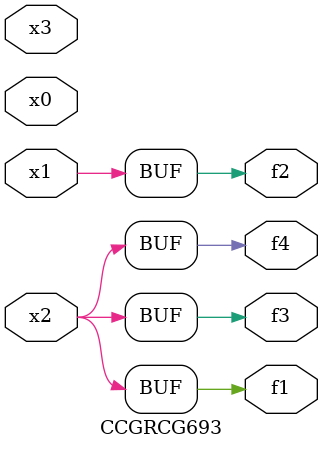
<source format=v>
module CCGRCG693(
	input x0, x1, x2, x3,
	output f1, f2, f3, f4
);
	assign f1 = x2;
	assign f2 = x1;
	assign f3 = x2;
	assign f4 = x2;
endmodule

</source>
